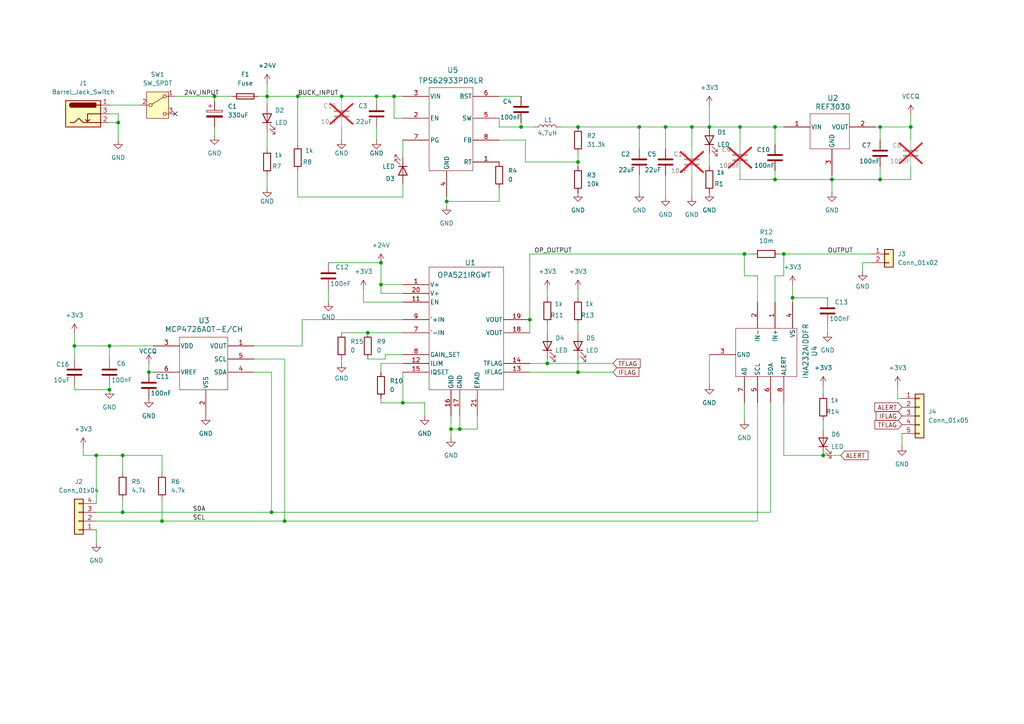
<source format=kicad_sch>
(kicad_sch (version 20231120) (generator "eeschema") (generator_version "8.0")
  (paper "A4")
  (lib_symbols
    (symbol "Connector:Barrel_Jack_Switch" (pin_names hide)
      (property "Reference" "J" (at 0 5.334 0))
      (property "Value" "Barrel_Jack_Switch" (at 0 -5.08 0))
      (symbol "Barrel_Jack_Switch_0_1"
        (rectangle (start -5.08 3.81) (end 5.08 -3.81) (stroke (width 0.254)) (fill (type background)))
        (arc (start -3.302 3.175) (mid -3.9343 2.54) (end -3.302 1.905) (stroke (width 0.254)))
        (arc (start -3.302 3.175) (mid -3.9343 2.54) (end -3.302 1.905) (stroke (width 0.254)) (fill (type outline)))
        (polyline (pts (xy 1.27 -2.286) (xy 1.905 -1.651)) (stroke (width 0.254)))
        (polyline (pts (xy 5.08 2.54) (xy 3.81 2.54)) (stroke (width 0.254)))
        (polyline (pts (xy 5.08 0) (xy 1.27 0) (xy 1.27 -2.286) (xy 0.635 -1.651)) (stroke (width 0.254)))
        (polyline (pts (xy -3.81 -2.54) (xy -2.54 -2.54) (xy -1.27 -1.27) (xy 0 -2.54) (xy 2.54 -2.54) (xy 5.08 -2.54)) (stroke (width 0.254)))
        (rectangle (start 3.683 3.175) (end -3.302 1.905) (stroke (width 0.254)) (fill (type outline)))
      )
      (symbol "Barrel_Jack_Switch_1_1"
        (pin passive line (at 7.62 2.54 180) (length 2.54) (name "~") (number "1"))
        (pin passive line (at 7.62 -2.54 180) (length 2.54) (name "~") (number "2"))
        (pin passive line (at 7.62 0 180) (length 2.54) (name "~") (number "3"))
      )
    )
    (symbol "Connector_Generic:Conn_01x02" (pin_names (offset 1.016) hide)
      (property "Reference" "J" (at 0 2.54 0))
      (property "Value" "Conn_01x02" (at 0 -5.08 0))
      (symbol "Conn_01x02_1_1"
        (rectangle (start -1.27 -2.413) (end 0 -2.667) (stroke (width 0.1524)))
        (rectangle (start -1.27 0.127) (end 0 -0.127) (stroke (width 0.1524)))
        (rectangle (start -1.27 1.27) (end 1.27 -3.81) (stroke (width 0.254)) (fill (type background)))
        (pin passive line (at -5.08 0 0) (length 3.81) (name "Pin_1") (number "1"))
        (pin passive line (at -5.08 -2.54 0) (length 3.81) (name "Pin_2") (number "2"))
      )
    )
    (symbol "Connector_Generic:Conn_01x04" (pin_names (offset 1.016) hide)
      (property "Reference" "J" (at 0 5.08 0))
      (property "Value" "Conn_01x04" (at 0 -7.62 0))
      (symbol "Conn_01x04_1_1"
        (rectangle (start -1.27 -4.953) (end 0 -5.207) (stroke (width 0.1524)))
        (rectangle (start -1.27 -2.413) (end 0 -2.667) (stroke (width 0.1524)))
        (rectangle (start -1.27 0.127) (end 0 -0.127) (stroke (width 0.1524)))
        (rectangle (start -1.27 2.667) (end 0 2.413) (stroke (width 0.1524)))
        (rectangle (start -1.27 3.81) (end 1.27 -6.35) (stroke (width 0.254)) (fill (type background)))
        (pin passive line (at -5.08 2.54 0) (length 3.81) (name "Pin_1") (number "1"))
        (pin passive line (at -5.08 0 0) (length 3.81) (name "Pin_2") (number "2"))
        (pin passive line (at -5.08 -2.54 0) (length 3.81) (name "Pin_3") (number "3"))
        (pin passive line (at -5.08 -5.08 0) (length 3.81) (name "Pin_4") (number "4"))
      )
    )
    (symbol "Connector_Generic:Conn_01x05" (pin_names (offset 1.016) hide)
      (property "Reference" "J" (at 0 7.62 0))
      (property "Value" "Conn_01x05" (at 0 -7.62 0))
      (symbol "Conn_01x05_1_1"
        (rectangle (start -1.27 -4.953) (end 0 -5.207) (stroke (width 0.1524)))
        (rectangle (start -1.27 -2.413) (end 0 -2.667) (stroke (width 0.1524)))
        (rectangle (start -1.27 0.127) (end 0 -0.127) (stroke (width 0.1524)))
        (rectangle (start -1.27 2.667) (end 0 2.413) (stroke (width 0.1524)))
        (rectangle (start -1.27 5.207) (end 0 4.953) (stroke (width 0.1524)))
        (rectangle (start -1.27 6.35) (end 1.27 -6.35) (stroke (width 0.254)) (fill (type background)))
        (pin passive line (at -5.08 5.08 0) (length 3.81) (name "Pin_1") (number "1"))
        (pin passive line (at -5.08 2.54 0) (length 3.81) (name "Pin_2") (number "2"))
        (pin passive line (at -5.08 0 0) (length 3.81) (name "Pin_3") (number "3"))
        (pin passive line (at -5.08 -2.54 0) (length 3.81) (name "Pin_4") (number "4"))
        (pin passive line (at -5.08 -5.08 0) (length 3.81) (name "Pin_5") (number "5"))
      )
    )
    (symbol "Device:C" (pin_numbers hide) (pin_names (offset 0.254))
      (property "Reference" "C" (at 0.635 2.54 0))
      (property "Value" "C" (at 0.635 -2.54 0))
      (symbol "C_0_1"
        (polyline (pts (xy -2.032 -0.762) (xy 2.032 -0.762)) (stroke (width 0.508)))
        (polyline (pts (xy -2.032 0.762) (xy 2.032 0.762)) (stroke (width 0.508)))
      )
      (symbol "C_1_1"
        (pin passive line (at 0 3.81 270) (length 2.794) (name "~") (number "1"))
        (pin passive line (at 0 -3.81 90) (length 2.794) (name "~") (number "2"))
      )
    )
    (symbol "Device:C_Polarized" (pin_numbers hide) (pin_names (offset 0.254))
      (property "Reference" "C" (at 0.635 2.54 0))
      (property "Value" "C_Polarized" (at 0.635 -2.54 0))
      (symbol "C_Polarized_0_1"
        (rectangle (start -2.286 0.508) (end 2.286 1.016))
        (polyline (pts (xy -1.778 2.286) (xy -0.762 2.286)))
        (polyline (pts (xy -1.27 2.794) (xy -1.27 1.778)))
        (rectangle (start 2.286 -0.508) (end -2.286 -1.016) (fill (type outline)))
      )
      (symbol "C_Polarized_1_1"
        (pin passive line (at 0 3.81 270) (length 2.794) (name "~") (number "1"))
        (pin passive line (at 0 -3.81 90) (length 2.794) (name "~") (number "2"))
      )
    )
    (symbol "Device:Fuse" (pin_numbers hide) (pin_names (offset 0))
      (property "Reference" "F" (at 2.032 0 90))
      (property "Value" "Fuse" (at -1.905 0 90))
      (symbol "Fuse_0_1"
        (rectangle (start -0.762 -2.54) (end 0.762 2.54) (stroke (width 0.254)))
        (polyline (pts (xy 0 2.54) (xy 0 -2.54)))
      )
      (symbol "Fuse_1_1"
        (pin passive line (at 0 3.81 270) (length 1.27) (name "~") (number "1"))
        (pin passive line (at 0 -3.81 90) (length 1.27) (name "~") (number "2"))
      )
    )
    (symbol "Device:L" (pin_numbers hide) (pin_names (offset 1.016) hide)
      (property "Reference" "L" (at -1.27 0 90))
      (property "Value" "L" (at 1.905 0 90))
      (symbol "L_0_1"
        (arc (start 0 -2.54) (mid 0.6323 -1.905) (end 0 -1.27))
        (arc (start 0 -1.27) (mid 0.6323 -0.635) (end 0 0))
        (arc (start 0 0) (mid 0.6323 0.635) (end 0 1.27))
        (arc (start 0 1.27) (mid 0.6323 1.905) (end 0 2.54))
      )
      (symbol "L_1_1"
        (pin passive line (at 0 3.81 270) (length 1.27) (name "1") (number "1"))
        (pin passive line (at 0 -3.81 90) (length 1.27) (name "2") (number "2"))
      )
    )
    (symbol "Device:LED" (pin_numbers hide) (pin_names (offset 1.016) hide)
      (property "Reference" "D" (at 0 2.54 0))
      (property "Value" "LED" (at 0 -2.54 0))
      (symbol "LED_0_1"
        (polyline (pts (xy -1.27 -1.27) (xy -1.27 1.27)) (stroke (width 0.254)))
        (polyline (pts (xy -1.27 0) (xy 1.27 0)))
        (polyline (pts (xy 1.27 -1.27) (xy 1.27 1.27) (xy -1.27 0) (xy 1.27 -1.27)) (stroke (width 0.254)))
        (polyline (pts (xy -3.048 -0.762) (xy -4.572 -2.286) (xy -3.81 -2.286) (xy -4.572 -2.286) (xy -4.572 -1.524)))
        (polyline (pts (xy -1.778 -0.762) (xy -3.302 -2.286) (xy -2.54 -2.286) (xy -3.302 -2.286) (xy -3.302 -1.524)))
      )
      (symbol "LED_1_1"
        (pin passive line (at -3.81 0 0) (length 2.54) (name "K") (number "1"))
        (pin passive line (at 3.81 0 180) (length 2.54) (name "A") (number "2"))
      )
    )
    (symbol "Device:R" (pin_numbers hide) (pin_names (offset 0))
      (property "Reference" "R" (at 2.032 0 90))
      (property "Value" "R" (at 0 0 90))
      (symbol "R_0_1"
        (rectangle (start -1.016 -2.54) (end 1.016 2.54) (stroke (width 0.254)))
      )
      (symbol "R_1_1"
        (pin passive line (at 0 3.81 270) (length 1.27) (name "~") (number "1"))
        (pin passive line (at 0 -3.81 90) (length 1.27) (name "~") (number "2"))
      )
    )
    (symbol "Power_supply_breakout:INA232AIDDFR" (pin_names (offset 0.254))
      (property "Reference" "U" (at 14.224 8.636 0))
      (property "Value" "INA232AIDDFR" (at 14.478 6.604 0))
      (symbol "INA232AIDDFR_0_1"
        (polyline (pts (xy 7.62 -12.7) (xy 21.59 -12.7)) (stroke (width 0.127)))
        (polyline (pts (xy 7.62 5.08) (xy 7.62 -12.7)) (stroke (width 0.127)))
        (polyline (pts (xy 21.59 -12.7) (xy 21.59 5.08)) (stroke (width 0.127)))
        (polyline (pts (xy 21.59 5.08) (xy 7.62 5.08)) (stroke (width 0.127)))
        (pin input line (at 0 -1.27 0) (length 7.62) (name "IN+") (number "1"))
        (pin input line (at 0 -6.35 0) (length 7.62) (name "IN-") (number "2"))
        (pin power_out line (at 15.24 -20.32 90) (length 7.62) (name "GND") (number "3"))
        (pin unspecified line (at 0 3.81 0) (length 7.62) (name "VS") (number "4"))
        (pin unspecified line (at 29.21 -6.35 180) (length 7.62) (name "SCL") (number "5"))
        (pin unspecified line (at 29.21 -2.54 180) (length 7.62) (name "SDA") (number "6"))
        (pin unspecified line (at 29.21 -10.16 180) (length 7.62) (name "A0") (number "7"))
        (pin unspecified line (at 29.21 1.27 180) (length 7.62) (name "ALERT") (number "8"))
      )
    )
    (symbol "Power_supply_breakout:MCP4726A0T-E_CH" (pin_names (offset 0.254))
      (property "Reference" "U" (at 13.462 8.636 0))
      (property "Value" "MCP4726A0T-E/CH" (at 14.478 6.35 0))
      (symbol "MCP4726A0T-E_CH_0_1"
        (polyline (pts (xy 7.62 -10.16) (xy 21.59 -10.16)) (stroke (width 0.127)))
        (polyline (pts (xy 7.62 5.08) (xy 7.62 -10.16)) (stroke (width 0.127)))
        (polyline (pts (xy 21.59 -10.16) (xy 21.59 5.08)) (stroke (width 0.127)))
        (polyline (pts (xy 21.59 5.08) (xy 7.62 5.08)) (stroke (width 0.127)))
        (pin output line (at 29.21 2.54 180) (length 7.62) (name "VOUT") (number "1"))
        (pin power_in line (at 15.24 -17.78 90) (length 7.62) (name "VSS") (number "2"))
        (pin power_in line (at 0 2.54 0) (length 7.62) (name "VDD") (number "3"))
        (pin bidirectional line (at 29.21 -5.08 180) (length 7.62) (name "SDA") (number "4"))
        (pin input line (at 29.21 -1.27 180) (length 7.62) (name "SCL") (number "5"))
        (pin unspecified line (at 0 -5.08 0) (length 7.62) (name "VREF") (number "6"))
      )
    )
    (symbol "Power_supply_breakout:NCP51460SN33T1G" (pin_names (offset 0.254))
      (property "Reference" "U" (at 12.7 5.588 0))
      (property "Value" "NCP51460SN33T1G" (at 14.224 3.556 0))
      (symbol "NCP51460SN33T1G_0_1"
        (polyline (pts (xy 7.62 -7.62) (xy 19.05 -7.62)) (stroke (width 0.127)))
        (polyline (pts (xy 7.62 2.54) (xy 7.62 -7.62)) (stroke (width 0.127)))
        (polyline (pts (xy 19.05 -7.62) (xy 19.05 2.54)) (stroke (width 0.127)))
        (polyline (pts (xy 19.05 2.54) (xy 7.62 2.54)) (stroke (width 0.127)))
        (pin input line (at 0 -1.27 0) (length 7.62) (name "VIN") (number "1"))
        (pin output line (at 26.67 -1.27 180) (length 7.62) (name "VOUT") (number "2"))
        (pin power_in line (at 13.97 -15.24 90) (length 7.62) (name "GND") (number "3"))
      )
    )
    (symbol "Power_supply_breakout:OPA521IRGWT" (pin_names (offset 0.254))
      (property "Reference" "U" (at 11.176 3.81 0))
      (property "Value" "OPA521IRGWT" (at 11.176 1.27 0))
      (symbol "OPA521IRGWT_0_1"
        (polyline (pts (xy 0 -35.56) (xy 21.59 -35.56)) (stroke (width 0.127)))
        (polyline (pts (xy 0 0) (xy 0 -35.56)) (stroke (width 0.127)))
        (polyline (pts (xy 21.59 -35.56) (xy 21.59 0)) (stroke (width 0.127)))
        (polyline (pts (xy 21.59 0) (xy 0 0)) (stroke (width 0.127)))
        (pin power_in line (at -7.62 -5.08 0) (length 7.62) (name "V+") (number "1"))
        (pin input line (at -7.62 -10.16 0) (length 7.62) (name "EN") (number "11"))
        (pin input line (at -7.62 -27.94 0) (length 7.62) (name "ILIM") (number "12"))
        (pin output line (at 29.21 -30.48 180) (length 7.62) (name "IFLAG") (number "13"))
        (pin output line (at 29.21 -27.94 180) (length 7.62) (name "TFLAG") (number "14"))
        (pin input line (at -7.62 -30.48 0) (length 7.62) (name "IQSET") (number "15"))
        (pin power_out line (at 6.35 -43.18 90) (length 7.62) (name "GND") (number "16"))
        (pin power_out line (at 8.89 -43.18 90) (length 7.62) (name "GND") (number "17"))
        (pin output line (at 29.21 -19.05 180) (length 7.62) (name "VOUT") (number "18"))
        (pin output line (at 29.21 -15.24 180) (length 7.62) (name "VOUT") (number "19"))
        (pin power_in line (at -7.62 -7.62 0) (length 7.62) (name "V+") (number "20"))
        (pin unspecified line (at 13.97 -43.18 90) (length 7.62) (name "EPAD") (number "21"))
        (pin input line (at -7.62 -19.05 0) (length 7.62) (name "'-IN") (number "7"))
        (pin input line (at -7.62 -25.4 0) (length 7.62) (name "GAIN_SET") (number "8"))
        (pin input line (at -7.62 -15.24 0) (length 7.62) (name "'+IN") (number "9"))
      )
      (symbol "OPA521IRGWT_1_1"
        (pin no_connect line (at 48.26 13.97 180) (length 7.62) hide (name "NC") (number "10"))
        (pin no_connect line (at 48.26 1.27 180) (length 7.62) hide (name "NC") (number "2"))
        (pin no_connect line (at 48.26 3.81 180) (length 7.62) hide (name "NC") (number "3"))
        (pin no_connect line (at 48.26 6.35 180) (length 7.62) hide (name "NC") (number "4"))
        (pin no_connect line (at 48.26 8.89 180) (length 7.62) hide (name "NC") (number "5"))
        (pin no_connect line (at 48.26 11.43 180) (length 7.62) hide (name "NC") (number "6"))
      )
    )
    (symbol "Power_supply_breakout:TPS62933PDRLR" (pin_names (offset 0.254))
      (property "Reference" "U" (at 6.35 3.556 0))
      (property "Value" "TPS62933PDRLR" (at 6.604 1.016 0))
      (symbol "TPS62933PDRLR_0_1"
        (polyline (pts (xy 0 -24.13) (xy 12.7 -24.13)) (stroke (width 0.127)))
        (polyline (pts (xy 0 0) (xy 0 -24.13)) (stroke (width 0.127)))
        (polyline (pts (xy 12.7 -24.13) (xy 12.7 0)) (stroke (width 0.127)))
        (polyline (pts (xy 12.7 0) (xy 0 0)) (stroke (width 0.127)))
        (pin unspecified line (at 20.32 -21.59 180) (length 7.62) (name "RT") (number "1"))
        (pin unspecified line (at -7.62 -8.89 0) (length 7.62) (name "EN") (number "2"))
        (pin power_in line (at -7.62 -2.54 0) (length 7.62) (name "VIN") (number "3"))
        (pin power_out line (at 5.08 -31.75 90) (length 7.62) (name "GND") (number "4"))
        (pin power_in line (at 20.32 -8.89 180) (length 7.62) (name "SW") (number "5"))
        (pin power_in line (at 20.32 -2.54 180) (length 7.62) (name "BST") (number "6"))
        (pin unspecified line (at -7.62 -15.24 0) (length 7.62) (name "PG") (number "7"))
        (pin unspecified line (at 20.32 -15.24 180) (length 7.62) (name "FB") (number "8"))
      )
    )
    (symbol "Switch:SW_SPDT" (pin_names (offset 0) hide)
      (property "Reference" "SW" (at 0 5.08 0))
      (property "Value" "SW_SPDT" (at 0 -5.08 0))
      (symbol "SW_SPDT_0_1"
        (circle (center -2.032 0) (radius 0.4572))
        (polyline (pts (xy -1.651 0.254) (xy 1.651 2.286)))
        (circle (center 2.032 -2.54) (radius 0.4572))
        (circle (center 2.032 2.54) (radius 0.4572))
      )
      (symbol "SW_SPDT_1_1"
        (rectangle (start -3.175 3.81) (end 3.175 -3.81) (fill (type background)))
        (pin passive line (at 5.08 2.54 180) (length 2.54) (name "A") (number "1"))
        (pin passive line (at -5.08 0 0) (length 2.54) (name "B") (number "2"))
        (pin passive line (at 5.08 -2.54 180) (length 2.54) (name "C") (number "3"))
      )
    )
    (symbol "power:+24V" (power) (pin_numbers hide) (pin_names (offset 0) hide)
      (property "Value" "+24V" (at 0 3.556 0))
      (symbol "+24V_0_1"
        (polyline (pts (xy -0.762 1.27) (xy 0 2.54)))
        (polyline (pts (xy 0 0) (xy 0 2.54)))
        (polyline (pts (xy 0 2.54) (xy 0.762 1.27)))
      )
      (symbol "+24V_1_1"
        (pin power_in line (at 0 0 90) (length 0) (name "~") (number "1"))
      )
    )
    (symbol "power:+3V3" (power) (pin_numbers hide) (pin_names (offset 0) hide)
      (property "Value" "+3V3" (at 0 3.556 0))
      (symbol "+3V3_0_1"
        (polyline (pts (xy -0.762 1.27) (xy 0 2.54)))
        (polyline (pts (xy 0 0) (xy 0 2.54)))
        (polyline (pts (xy 0 2.54) (xy 0.762 1.27)))
      )
      (symbol "+3V3_1_1"
        (pin power_in line (at 0 0 90) (length 0) (name "~") (number "1"))
      )
    )
    (symbol "power:GND" (power) (pin_numbers hide) (pin_names (offset 0) hide)
      (property "Value" "GND" (at 0 -3.81 0))
      (symbol "GND_0_1"
        (polyline (pts (xy 0 0) (xy 0 -1.27) (xy 1.27 -1.27) (xy 0 -2.54) (xy -1.27 -1.27) (xy 0 -1.27)))
      )
      (symbol "GND_1_1"
        (pin power_in line (at 0 0 270) (length 0) (name "~") (number "1"))
      )
    )
    (symbol "power:VCCQ" (power) (pin_numbers hide) (pin_names (offset 0) hide)
      (property "Value" "VCCQ" (at 0 3.556 0))
      (symbol "VCCQ_0_1"
        (polyline (pts (xy -0.762 1.27) (xy 0 2.54)))
        (polyline (pts (xy 0 0) (xy 0 2.54)))
        (polyline (pts (xy 0 2.54) (xy 0.762 1.27)))
      )
      (symbol "VCCQ_1_1"
        (pin power_in line (at 0 0 90) (length 0) (name "~") (number "1"))
      )
    )
  )
  (junction (at 227.33 73.66))
  (junction (at 200.66 36.83))
  (junction (at 110.49 82.55))
  (junction (at 214.63 36.83))
  (junction (at 255.27 52.07))
  (junction (at 106.68 96.52))
  (junction (at 21.59 100.33))
  (junction (at 82.55 151.13))
  (junction (at 264.16 36.83))
  (junction (at 224.79 36.83))
  (junction (at 229.87 86.36))
  (junction (at 35.56 148.59))
  (junction (at 158.75 105.41))
  (junction (at 153.67 92.71))
  (junction (at 62.23 27.94))
  (junction (at 31.75 100.33))
  (junction (at 129.54 58.42))
  (junction (at 130.81 124.46))
  (junction (at 109.22 27.94))
  (junction (at 167.64 46.99))
  (junction (at 116.84 116.84))
  (junction (at 77.47 27.94))
  (junction (at 255.27 36.83))
  (junction (at 34.29 35.56))
  (junction (at 133.35 124.46))
  (junction (at 238.76 132.08))
  (junction (at 114.3 27.94))
  (junction (at 35.56 132.08))
  (junction (at 46.99 151.13))
  (junction (at 205.74 36.83))
  (junction (at 27.94 132.08))
  (junction (at 167.64 36.83))
  (junction (at 193.04 36.83))
  (junction (at 78.74 148.59))
  (junction (at 167.64 107.95))
  (junction (at 99.06 27.94))
  (junction (at 110.49 76.2))
  (junction (at 185.42 36.83))
  (junction (at 86.36 27.94))
  (junction (at 151.13 36.83))
  (junction (at 224.79 52.07))
  (junction (at 43.18 107.95))
  (junction (at 31.75 113.03))
  (junction (at 215.9 73.66))
  (junction (at 241.3 52.07))
  (no_connect (at 50.8 33.02))
  (wire (pts (xy 24.13 132.08) (xy 27.94 132.08)))
  (wire (pts (xy 158.75 83.82) (xy 158.75 86.36)))
  (wire (pts (xy 99.06 104.14) (xy 99.06 105.41)))
  (wire (pts (xy 21.59 96.52) (xy 21.59 100.33)))
  (wire (pts (xy 226.06 73.66) (xy 227.33 73.66)))
  (wire (pts (xy 152.4 40.64) (xy 152.4 46.99)))
  (wire (pts (xy 110.49 115.57) (xy 110.49 116.84)))
  (wire (pts (xy 224.79 41.91) (xy 224.79 36.83)))
  (wire (pts (xy 144.78 36.83) (xy 151.13 36.83)))
  (wire (pts (xy 238.76 121.92) (xy 238.76 124.46)))
  (wire (pts (xy 264.16 52.07) (xy 255.27 52.07)))
  (wire (pts (xy 73.66 104.14) (xy 82.55 104.14)))
  (wire (pts (xy 185.42 36.83) (xy 193.04 36.83)))
  (wire (pts (xy 86.36 57.15) (xy 116.84 57.15)))
  (wire (pts (xy 21.59 113.03) (xy 21.59 111.76)))
  (wire (pts (xy 46.99 132.08) (xy 35.56 132.08)))
  (wire (pts (xy 95.25 83.82) (xy 95.25 87.63)))
  (wire (pts (xy 185.42 36.83) (xy 185.42 43.18)))
  (wire (pts (xy 35.56 132.08) (xy 35.56 137.16)))
  (wire (pts (xy 214.63 36.83) (xy 224.79 36.83)))
  (wire (pts (xy 241.3 52.07) (xy 241.3 55.88)))
  (wire (pts (xy 86.36 27.94) (xy 99.06 27.94)))
  (wire (pts (xy 167.64 83.82) (xy 167.64 86.36)))
  (wire (pts (xy 264.16 33.02) (xy 264.16 36.83)))
  (wire (pts (xy 185.42 50.8) (xy 185.42 55.88)))
  (wire (pts (xy 46.99 151.13) (xy 82.55 151.13)))
  (wire (pts (xy 109.22 29.21) (xy 109.22 27.94)))
  (wire (pts (xy 260.35 115.57) (xy 261.62 115.57)))
  (wire (pts (xy 167.64 36.83) (xy 185.42 36.83)))
  (wire (pts (xy 116.84 27.94) (xy 114.3 27.94)))
  (wire (pts (xy 50.8 27.94) (xy 62.23 27.94)))
  (wire (pts (xy 255.27 40.64) (xy 255.27 36.83)))
  (wire (pts (xy 162.56 36.83) (xy 167.64 36.83)))
  (wire (pts (xy 158.75 93.98) (xy 158.75 96.52)))
  (wire (pts (xy 24.13 129.54) (xy 24.13 132.08)))
  (wire (pts (xy 105.41 87.63) (xy 105.41 83.82)))
  (wire (pts (xy 95.25 76.2) (xy 110.49 76.2)))
  (wire (pts (xy 116.84 40.64) (xy 116.84 45.72)))
  (wire (pts (xy 252.73 76.2) (xy 250.19 76.2)))
  (wire (pts (xy 152.4 46.99) (xy 167.64 46.99)))
  (wire (pts (xy 255.27 52.07) (xy 241.3 52.07)))
  (wire (pts (xy 200.66 36.83) (xy 205.74 36.83)))
  (wire (pts (xy 111.76 102.87) (xy 116.84 102.87)))
  (wire (pts (xy 138.43 124.46) (xy 133.35 124.46)))
  (wire (pts (xy 227.33 132.08) (xy 227.33 116.84)))
  (wire (pts (xy 78.74 148.59) (xy 223.52 148.59)))
  (wire (pts (xy 144.78 54.61) (xy 144.78 58.42)))
  (wire (pts (xy 167.64 46.99) (xy 167.64 48.26)))
  (wire (pts (xy 87.63 92.71) (xy 116.84 92.71)))
  (wire (pts (xy 151.13 36.83) (xy 154.94 36.83)))
  (wire (pts (xy 167.64 107.95) (xy 177.8 107.95)))
  (wire (pts (xy 31.75 111.76) (xy 31.75 113.03)))
  (wire (pts (xy 261.62 129.54) (xy 261.62 125.73)))
  (wire (pts (xy 43.18 107.95) (xy 44.45 107.95)))
  (wire (pts (xy 110.49 76.2) (xy 110.49 82.55)))
  (wire (pts (xy 144.78 27.94) (xy 151.13 27.94)))
  (wire (pts (xy 215.9 73.66) (xy 218.44 73.66)))
  (wire (pts (xy 250.19 76.2) (xy 250.19 78.74)))
  (wire (pts (xy 219.71 80.01) (xy 215.9 80.01)))
  (wire (pts (xy 99.06 36.83) (xy 99.06 40.64)))
  (wire (pts (xy 223.52 148.59) (xy 223.52 116.84)))
  (wire (pts (xy 34.29 33.02) (xy 34.29 35.56)))
  (wire (pts (xy 106.68 96.52) (xy 116.84 96.52)))
  (wire (pts (xy 158.75 104.14) (xy 158.75 105.41)))
  (wire (pts (xy 255.27 36.83) (xy 254 36.83)))
  (wire (pts (xy 110.49 107.95) (xy 110.49 105.41)))
  (wire (pts (xy 114.3 34.29) (xy 114.3 27.94)))
  (wire (pts (xy 31.75 113.03) (xy 21.59 113.03)))
  (wire (pts (xy 77.47 50.8) (xy 77.47 54.61)))
  (wire (pts (xy 224.79 80.01) (xy 227.33 80.01)))
  (wire (pts (xy 43.18 105.41) (xy 43.18 107.95)))
  (wire (pts (xy 62.23 27.94) (xy 67.31 27.94)))
  (wire (pts (xy 99.06 27.94) (xy 109.22 27.94)))
  (wire (pts (xy 86.36 57.15) (xy 86.36 49.53)))
  (wire (pts (xy 255.27 48.26) (xy 255.27 52.07)))
  (wire (pts (xy 46.99 144.78) (xy 46.99 151.13)))
  (wire (pts (xy 110.49 105.41) (xy 116.84 105.41)))
  (wire (pts (xy 27.94 146.05) (xy 27.94 132.08)))
  (wire (pts (xy 110.49 82.55) (xy 116.84 82.55)))
  (wire (pts (xy 264.16 36.83) (xy 264.16 40.64)))
  (wire (pts (xy 77.47 24.13) (xy 77.47 27.94)))
  (wire (pts (xy 129.54 58.42) (xy 129.54 57.15)))
  (wire (pts (xy 133.35 120.65) (xy 133.35 124.46)))
  (wire (pts (xy 153.67 92.71) (xy 153.67 96.52)))
  (wire (pts (xy 224.79 52.07) (xy 241.3 52.07)))
  (wire (pts (xy 31.75 33.02) (xy 34.29 33.02)))
  (wire (pts (xy 224.79 87.63) (xy 224.79 80.01)))
  (wire (pts (xy 62.23 29.21) (xy 62.23 27.94)))
  (wire (pts (xy 31.75 104.14) (xy 31.75 100.33)))
  (wire (pts (xy 243.84 132.08) (xy 238.76 132.08)))
  (wire (pts (xy 214.63 49.53) (xy 214.63 52.07)))
  (wire (pts (xy 205.74 44.45) (xy 205.74 48.26)))
  (wire (pts (xy 77.47 27.94) (xy 86.36 27.94)))
  (wire (pts (xy 144.78 40.64) (xy 152.4 40.64)))
  (wire (pts (xy 77.47 27.94) (xy 77.47 30.48)))
  (wire (pts (xy 144.78 58.42) (xy 129.54 58.42)))
  (wire (pts (xy 224.79 49.53) (xy 224.79 52.07)))
  (wire (pts (xy 227.33 80.01) (xy 227.33 73.66)))
  (wire (pts (xy 224.79 36.83) (xy 227.33 36.83)))
  (wire (pts (xy 255.27 36.83) (xy 264.16 36.83)))
  (wire (pts (xy 123.19 116.84) (xy 123.19 120.65)))
  (wire (pts (xy 31.75 30.48) (xy 40.64 30.48)))
  (wire (pts (xy 214.63 52.07) (xy 224.79 52.07)))
  (wire (pts (xy 21.59 104.14) (xy 21.59 100.33)))
  (wire (pts (xy 158.75 105.41) (xy 153.67 105.41)))
  (wire (pts (xy 27.94 132.08) (xy 35.56 132.08)))
  (wire (pts (xy 77.47 38.1) (xy 77.47 43.18)))
  (wire (pts (xy 153.67 107.95) (xy 167.64 107.95)))
  (wire (pts (xy 130.81 120.65) (xy 130.81 124.46)))
  (wire (pts (xy 264.16 48.26) (xy 264.16 52.07)))
  (wire (pts (xy 238.76 132.08) (xy 227.33 132.08)))
  (wire (pts (xy 123.19 116.84) (xy 116.84 116.84)))
  (wire (pts (xy 99.06 27.94) (xy 99.06 29.21)))
  (wire (pts (xy 241.3 50.8) (xy 241.3 52.07)))
  (wire (pts (xy 78.74 107.95) (xy 78.74 148.59)))
  (wire (pts (xy 34.29 35.56) (xy 34.29 40.64)))
  (wire (pts (xy 116.84 34.29) (xy 114.3 34.29)))
  (wire (pts (xy 106.68 104.14) (xy 111.76 104.14)))
  (wire (pts (xy 62.23 36.83) (xy 62.23 39.37)))
  (wire (pts (xy 219.71 151.13) (xy 219.71 116.84)))
  (wire (pts (xy 205.74 30.48) (xy 205.74 36.83)))
  (wire (pts (xy 82.55 151.13) (xy 219.71 151.13)))
  (wire (pts (xy 78.74 107.95) (xy 73.66 107.95)))
  (wire (pts (xy 215.9 80.01) (xy 215.9 73.66)))
  (wire (pts (xy 200.66 50.8) (xy 200.66 57.15)))
  (wire (pts (xy 229.87 86.36) (xy 240.03 86.36)))
  (wire (pts (xy 240.03 96.52) (xy 240.03 93.98)))
  (wire (pts (xy 227.33 73.66) (xy 252.73 73.66)))
  (wire (pts (xy 200.66 36.83) (xy 200.66 43.18)))
  (wire (pts (xy 35.56 148.59) (xy 78.74 148.59)))
  (wire (pts (xy 193.04 50.8) (xy 193.04 57.15)))
  (wire (pts (xy 215.9 116.84) (xy 215.9 121.92)))
  (wire (pts (xy 31.75 35.56) (xy 34.29 35.56)))
  (wire (pts (xy 74.93 27.94) (xy 77.47 27.94)))
  (wire (pts (xy 214.63 41.91) (xy 214.63 36.83)))
  (wire (pts (xy 116.84 107.95) (xy 116.84 116.84)))
  (wire (pts (xy 193.04 36.83) (xy 200.66 36.83)))
  (wire (pts (xy 144.78 34.29) (xy 144.78 36.83)))
  (wire (pts (xy 35.56 144.78) (xy 35.56 148.59)))
  (wire (pts (xy 167.64 44.45) (xy 167.64 46.99)))
  (wire (pts (xy 110.49 116.84) (xy 116.84 116.84)))
  (wire (pts (xy 31.75 100.33) (xy 44.45 100.33)))
  (wire (pts (xy 167.64 104.14) (xy 167.64 107.95)))
  (wire (pts (xy 129.54 59.69) (xy 129.54 58.42)))
  (wire (pts (xy 260.35 111.76) (xy 260.35 115.57)))
  (wire (pts (xy 82.55 104.14) (xy 82.55 151.13)))
  (wire (pts (xy 229.87 86.36) (xy 229.87 87.63)))
  (wire (pts (xy 27.94 151.13) (xy 46.99 151.13)))
  (wire (pts (xy 130.81 124.46) (xy 130.81 127)))
  (wire (pts (xy 167.64 93.98) (xy 167.64 96.52)))
  (wire (pts (xy 193.04 36.83) (xy 193.04 43.18)))
  (wire (pts (xy 99.06 96.52) (xy 106.68 96.52)))
  (wire (pts (xy 238.76 111.76) (xy 238.76 114.3)))
  (wire (pts (xy 86.36 27.94) (xy 86.36 41.91)))
  (wire (pts (xy 229.87 82.55) (xy 229.87 86.36)))
  (wire (pts (xy 153.67 92.71) (xy 153.67 73.66)))
  (wire (pts (xy 133.35 124.46) (xy 130.81 124.46)))
  (wire (pts (xy 110.49 82.55) (xy 110.49 85.09)))
  (wire (pts (xy 114.3 27.94) (xy 109.22 27.94)))
  (wire (pts (xy 116.84 87.63) (xy 105.41 87.63)))
  (wire (pts (xy 205.74 102.87) (xy 205.74 111.76)))
  (wire (pts (xy 73.66 100.33) (xy 87.63 100.33)))
  (wire (pts (xy 151.13 36.83) (xy 151.13 35.56)))
  (wire (pts (xy 46.99 137.16) (xy 46.99 132.08)))
  (wire (pts (xy 138.43 120.65) (xy 138.43 124.46)))
  (wire (pts (xy 21.59 100.33) (xy 31.75 100.33)))
  (wire (pts (xy 219.71 87.63) (xy 219.71 80.01)))
  (wire (pts (xy 153.67 73.66) (xy 215.9 73.66)))
  (wire (pts (xy 177.8 105.41) (xy 158.75 105.41)))
  (wire (pts (xy 205.74 36.83) (xy 214.63 36.83)))
  (wire (pts (xy 87.63 100.33) (xy 87.63 92.71)))
  (wire (pts (xy 27.94 153.67) (xy 27.94 157.48)))
  (wire (pts (xy 35.56 148.59) (xy 27.94 148.59)))
  (wire (pts (xy 109.22 36.83) (xy 109.22 40.64)))
  (wire (pts (xy 110.49 85.09) (xy 116.84 85.09)))
  (wire (pts (xy 116.84 57.15) (xy 116.84 53.34)))
  (wire (pts (xy 111.76 104.14) (xy 111.76 102.87)))
  (label "SDA" (at 55.88 148.59 0))
  (label "BUCK_INPUT" (at 86.36 27.94 0))
  (label "SCL" (at 55.88 151.13 0))
  (label "OP_OUTPUT" (at 154.94 73.66 0))
  (label "OUTPUT" (at 240.03 73.66 0))
  (label "24V_INPUT" (at 53.34 27.94 0))
  (global_label "ALERT" (shape input) (at 243.84 132.08 0) (property "Intersheetrefs" "${INTERSHEET_REFS}" (effects (hide yes))))
  (global_label "IFLAG" (shape input) (at 177.8 107.95 0) (property "Intersheetrefs" "${INTERSHEET_REFS}" (effects (hide yes))))
  (global_label "ALERT" (shape input) (at 261.62 118.11 180) (property "Intersheetrefs" "${INTERSHEET_REFS}" (effects (hide yes))))
  (global_label "TFLAG" (shape input) (at 261.62 123.19 180) (property "Intersheetrefs" "${INTERSHEET_REFS}" (effects (hide yes))))
  (global_label "TFLAG" (shape input) (at 177.8 105.41 0) (property "Intersheetrefs" "${INTERSHEET_REFS}" (effects (hide yes))))
  (global_label "IFLAG" (shape input) (at 261.62 120.65 180) (property "Intersheetrefs" "${INTERSHEET_REFS}" (effects (hide yes))))
  (symbol (lib_id "power:GND") (at 99.06 105.41 0) (unit 1)
    (property "Reference" "#PWR037" (effects (hide yes)))
    (property "Value" "GND" (at 99.06 109.728 0))
    (property "Description" "Power symbol creates a global label with name \"GND\" , ground" (effects (hide yes)))
  )
  (symbol (lib_id "Device:R") (at 144.78 50.8 0) (unit 1)
    (property "Reference" "R4" (at 147.32 49.5299 0) (effects (justify left)))
    (property "Value" "0" (at 147.32 52.0699 0) (effects (justify left)))
    (property "Footprint" "Resistor_SMD:R_0805_2012Metric_Pad1.20x1.40mm_HandSolder" (effects (hide yes)))
    (property "Description" "ERJ-6GEY0R00V" (effects (hide yes)))
  )
  (symbol (lib_id "Device:C") (at 214.63 45.72 0) (unit 1) (dnp yes)
    (property "Reference" "C9" (at 209.296 43.434 0) (effects (justify left)))
    (property "Value" "100nF" (at 208.534 48.006 0) (effects (justify left)))
    (property "Footprint" "Capacitor_SMD:C_0805_2012Metric_Pad1.18x1.45mm_HandSolder" (effects (hide yes)))
    (property "Description" "CL10B104KB8NNNC" (effects (hide yes)))
  )
  (symbol (lib_id "Device:R") (at 158.75 90.17 0) (unit 1)
    (property "Reference" "R11" (at 161.544 91.44 0))
    (property "Value" "1k" (at 162.052 88.138 0))
    (property "Footprint" "Resistor_SMD:R_0805_2012Metric_Pad1.20x1.40mm_HandSolder" (effects (hide yes)))
    (property "Description" "RC0805FR-071KL" (effects (hide yes)))
  )
  (symbol (lib_id "Device:R") (at 222.25 73.66 90) (unit 1)
    (property "Reference" "R12" (at 222.25 67.31 90))
    (property "Value" "10m" (at 222.25 69.85 90))
    (property "Footprint" "Resistor_SMD:R_0805_2012Metric_Pad1.20x1.40mm_HandSolder" (effects (hide yes)))
    (property "Description" "PA0805FRF870R01L" (effects (hide yes)))
  )
  (symbol (lib_id "Power_supply_breakout:TPS62933PDRLR") (at 124.46 25.4 0) (unit 1)
    (property "Reference" "U5" (at 131.318 20.32 0) (effects (font (size 1.524 1.524))))
    (property "Value" "TPS62933PDRLR" (at 130.81 23.368 0) (effects (font (size 1.524 1.524))))
    (property "Footprint" "Power_Supply_Breakout:TPS62933PDRLR-M" (effects (hide yes)))
    (property "Datasheet" "TPS62933PDRLR" (effects (hide yes)))
    (property "Description" "TPS62933PDRLR" (effects (hide yes)))
  )
  (symbol (lib_id "Connector_Generic:Conn_01x04") (at 22.86 151.13 180) (unit 1)
    (property "Reference" "J2" (at 22.86 139.7 0))
    (property "Value" "Conn_01x04" (at 22.86 142.24 0))
    (property "Footprint" "Connector_PinHeader_2.54mm:PinHeader_1x04_P2.54mm_Vertical" (effects (hide yes)))
    (property "Description" "Generic connector, single row, 01x04, script generated (kicad-library-utils/schlib/autogen/connector/)" (effects (hide yes)))
  )
  (symbol (lib_id "Power_supply_breakout:OPA521IRGWT") (at 124.46 77.47 0) (unit 1)
    (property "Reference" "U1" (at 136.398 76.2 0) (effects (font (size 1.524 1.524))))
    (property "Value" "OPA521IRGWT" (at 134.62 79.756 0) (effects (font (size 1.524 1.524))))
    (property "Footprint" "Power_Supply_Breakout:OPA521IRGWT-M" (effects (hide yes)))
    (property "Datasheet" "OPA521IRGWT" (effects (hide yes)))
    (property "Description" "OPA521IRGWT" (effects (hide yes)))
  )
  (symbol (lib_id "power:GND") (at 62.23 39.37 0) (unit 1)
    (property "Reference" "#PWR02" (effects (hide yes)))
    (property "Value" "GND" (at 62.23 44.45 0))
    (property "Description" "Power symbol creates a global label with name \"GND\" , ground" (effects (hide yes)))
  )
  (symbol (lib_id "power:GND") (at 27.94 157.48 0) (unit 1)
    (property "Reference" "#PWR011" (effects (hide yes)))
    (property "Value" "GND" (at 27.94 162.56 0))
    (property "Description" "Power symbol creates a global label with name \"GND\" , ground" (effects (hide yes)))
  )
  (symbol (lib_id "Device:C") (at 264.16 44.45 0) (unit 1) (dnp yes)
    (property "Reference" "C8" (at 258.826 42.164 0) (effects (justify left)))
    (property "Value" "100nF" (at 258.064 46.736 0) (effects (justify left)))
    (property "Footprint" "Capacitor_SMD:C_0805_2012Metric_Pad1.18x1.45mm_HandSolder" (effects (hide yes)))
    (property "Description" "CC0805KRX7R9BB104" (effects (hide yes)))
  )
  (symbol (lib_id "power:GND") (at 193.04 57.15 0) (unit 1)
    (property "Reference" "#PWR03" (effects (hide yes)))
    (property "Value" "GND" (at 193.04 62.23 0))
    (property "Description" "Power symbol creates a global label with name \"GND\" , ground" (effects (hide yes)))
  )
  (symbol (lib_id "power:GND") (at 185.42 55.88 0) (unit 1)
    (property "Reference" "#PWR08" (effects (hide yes)))
    (property "Value" "GND" (at 185.42 60.96 0))
    (property "Description" "Power symbol creates a global label with name \"GND\" , ground" (effects (hide yes)))
  )
  (symbol (lib_id "Device:Fuse") (at 71.12 27.94 90) (unit 1)
    (property "Reference" "F1" (at 71.12 21.59 90))
    (property "Value" "Fuse" (at 71.12 24.13 90))
    (property "Footprint" "Fuse:Fuse_1206_3216Metric_Pad1.42x1.75mm_HandSolder" (effects (hide yes)))
    (property "Description" "C1Q 3" (effects (hide yes)))
  )
  (symbol (lib_id "Device:C") (at 240.03 90.17 0) (unit 1)
    (property "Reference" "C13" (at 242.062 87.63 0) (effects (justify left)))
    (property "Value" "100nF" (at 240.538 92.456 0) (effects (justify left)))
    (property "Footprint" "Capacitor_SMD:C_0805_2012Metric_Pad1.18x1.45mm_HandSolder" (effects (hide yes)))
    (property "Description" "CL10B104KB8NNNC" (effects (hide yes)))
  )
  (symbol (lib_id "power:GND") (at 43.18 115.57 0) (unit 1)
    (property "Reference" "#PWR034" (effects (hide yes)))
    (property "Value" "GND" (at 43.18 120.65 0))
    (property "Description" "Power symbol creates a global label with name \"GND\" , ground" (effects (hide yes)))
  )
  (symbol (lib_id "power:GND") (at 129.54 59.69 0) (unit 1)
    (property "Reference" "#PWR06" (effects (hide yes)))
    (property "Value" "GND" (at 129.54 64.77 0))
    (property "Description" "Power symbol creates a global label with name \"GND\" , ground" (effects (hide yes)))
  )
  (symbol (lib_id "power:+24V") (at 110.49 76.2 0) (unit 1)
    (property "Reference" "#PWR020" (effects (hide yes)))
    (property "Value" "+24V" (at 110.49 71.12 0))
    (property "Description" "Power symbol creates a global label with name \"+24V\"" (effects (hide yes)))
  )
  (symbol (lib_id "Device:R") (at 238.76 118.11 0) (unit 1)
    (property "Reference" "R14" (at 241.554 119.38 0))
    (property "Value" "1k" (at 242.062 116.078 0))
    (property "Footprint" "Resistor_SMD:R_0805_2012Metric_Pad1.20x1.40mm_HandSolder" (effects (hide yes)))
    (property "Description" "RC0805FR-071KL" (effects (hide yes)))
  )
  (symbol (lib_id "Connector_Generic:Conn_01x02") (at 257.81 73.66 0) (unit 1)
    (property "Reference" "J3" (at 260.35 73.6599 0) (effects (justify left)))
    (property "Value" "Conn_01x02" (at 260.35 76.1999 0) (effects (justify left)))
    (property "Footprint" "Power_Supply_Breakout:PHOENIX_1725656" (effects (hide yes)))
    (property "Description" "1725656" (effects (hide yes)))
  )
  (symbol (lib_id "Connector_Generic:Conn_01x05") (at 266.7 120.65 0) (unit 1)
    (property "Reference" "J4" (at 269.24 119.3799 0) (effects (justify left)))
    (property "Value" "Conn_01x05" (at 269.24 121.9199 0) (effects (justify left)))
    (property "Footprint" "Connector_PinHeader_2.54mm:PinHeader_1x05_P2.54mm_Vertical" (effects (hide yes)))
    (property "Description" "Generic connector, single row, 01x05, script generated (kicad-library-utils/schlib/autogen/connector/)" (effects (hide yes)))
  )
  (symbol (lib_id "Device:R") (at 86.36 45.72 0) (unit 1)
    (property "Reference" "R8" (at 89.154 46.99 0))
    (property "Value" "1k" (at 89.662 43.688 0))
    (property "Footprint" "Resistor_SMD:R_0805_2012Metric_Pad1.20x1.40mm_HandSolder" (effects (hide yes)))
    (property "Description" "RC0805FR-071KL" (effects (hide yes)))
  )
  (symbol (lib_id "Device:C") (at 151.13 31.75 0) (unit 1)
    (property "Reference" "C4" (at 145.796 29.464 0) (effects (justify left)))
    (property "Value" "100nF" (at 145.034 34.036 0) (effects (justify left)))
    (property "Footprint" "Capacitor_SMD:C_0805_2012Metric_Pad1.18x1.45mm_HandSolder" (effects (hide yes)))
    (property "Description" "CL10B104KB8NNNC" (effects (hide yes)))
  )
  (symbol (lib_id "power:GND") (at 240.03 96.52 0) (unit 1)
    (property "Reference" "#PWR027" (effects (hide yes)))
    (property "Value" "GND" (at 240.03 101.6 0))
    (property "Description" "Power symbol creates a global label with name \"GND\" , ground" (effects (hide yes)))
  )
  (symbol (lib_id "Device:LED") (at 158.75 100.33 90) (unit 1)
    (property "Reference" "D4" (at 161.036 98.044 90) (effects (justify right)))
    (property "Value" "LED" (at 161.036 101.6 90) (effects (justify right)))
    (property "Footprint" "LED_SMD:LED_0805_2012Metric" (effects (hide yes)))
    (property "Description" "150080GS75000" (effects (hide yes)))
  )
  (symbol (lib_id "power:GND") (at 167.64 55.88 0) (unit 1)
    (property "Reference" "#PWR07" (effects (hide yes)))
    (property "Value" "GND" (at 167.64 60.96 0))
    (property "Description" "Power symbol creates a global label with name \"GND\" , ground" (effects (hide yes)))
  )
  (symbol (lib_id "Device:C") (at 95.25 80.01 0) (unit 1)
    (property "Reference" "C12" (at 97.282 77.47 0) (effects (justify left)))
    (property "Value" "100nF" (at 95.758 82.296 0) (effects (justify left)))
    (property "Footprint" "Capacitor_SMD:C_0805_2012Metric_Pad1.18x1.45mm_HandSolder" (effects (hide yes)))
    (property "Description" "CL10B104KB8NNNC" (effects (hide yes)))
  )
  (symbol (lib_id "Device:R") (at 77.47 46.99 0) (unit 1)
    (property "Reference" "R7" (at 80.264 48.26 0))
    (property "Value" "1k" (at 80.772 44.958 0))
    (property "Footprint" "Resistor_SMD:R_0805_2012Metric_Pad1.20x1.40mm_HandSolder" (effects (hide yes)))
    (property "Description" "RC0805FR-071KL" (effects (hide yes)))
  )
  (symbol (lib_id "Device:LED") (at 167.64 100.33 90) (unit 1)
    (property "Reference" "D5" (at 169.926 98.044 90) (effects (justify right)))
    (property "Value" "LED" (at 169.926 101.6 90) (effects (justify right)))
    (property "Footprint" "LED_SMD:LED_0805_2012Metric" (effects (hide yes)))
    (property "Description" "150080GS75000" (effects (hide yes)))
  )
  (symbol (lib_id "power:GND") (at 205.74 111.76 0) (unit 1)
    (property "Reference" "#PWR024" (effects (hide yes)))
    (property "Value" "GND" (at 205.74 116.84 0))
    (property "Description" "Power symbol creates a global label with name \"GND\" , ground" (effects (hide yes)))
  )
  (symbol (lib_id "Device:C") (at 185.42 46.99 0) (unit 1)
    (property "Reference" "C2" (at 180.086 44.704 0) (effects (justify left)))
    (property "Value" "22uF" (at 179.324 49.276 0) (effects (justify left)))
    (property "Footprint" "Capacitor_SMD:C_0805_2012Metric_Pad1.18x1.45mm_HandSolder" (effects (hide yes)))
    (property "Description" "C2012X5R1V226M125AC" (effects (hide yes)))
  )
  (symbol (lib_id "power:+24V") (at 77.47 24.13 0) (unit 1)
    (property "Reference" "#PWR04" (effects (hide yes)))
    (property "Value" "+24V" (at 77.47 19.05 0))
    (property "Description" "Power symbol creates a global label with name \"+24V\"" (effects (hide yes)))
  )
  (symbol (lib_id "Device:R") (at 106.68 100.33 0) (unit 1)
    (property "Reference" "R9" (at 109.22 99.0599 0) (effects (justify left)))
    (property "Value" "0" (at 109.22 101.5999 0) (effects (justify left)))
    (property "Footprint" "Resistor_SMD:R_0805_2012Metric_Pad1.20x1.40mm_HandSolder" (effects (hide yes)))
    (property "Description" "ERJ-6GEY0R00V" (effects (hide yes)))
  )
  (symbol (lib_id "power:+3V3") (at 158.75 83.82 0) (unit 1)
    (property "Reference" "#PWR028" (effects (hide yes)))
    (property "Value" "+3V3" (at 158.75 78.74 0))
    (property "Description" "Power symbol creates a global label with name \"+3V3\"" (effects (hide yes)))
  )
  (symbol (lib_id "power:+3V3") (at 238.76 111.76 0) (unit 1)
    (property "Reference" "#PWR036" (effects (hide yes)))
    (property "Value" "+3V3" (at 238.76 106.68 0))
    (property "Description" "Power symbol creates a global label with name \"+3V3\"" (effects (hide yes)))
  )
  (symbol (lib_id "Device:C") (at 200.66 46.99 0) (unit 1) (dnp yes)
    (property "Reference" "C14" (at 195.326 44.704 0) (effects (justify left)))
    (property "Value" "10uF" (at 194.564 49.53 0) (effects (justify left)))
    (property "Footprint" "Capacitor_SMD:C_1206_3216Metric_Pad1.33x1.80mm_HandSolder" (effects (hide yes)))
    (property "Description" "CL31A106MBHNNNE" (effects (hide yes)))
  )
  (symbol (lib_id "Connector:Barrel_Jack_Switch") (at 24.13 33.02 0) (unit 1)
    (property "Reference" "J1" (at 24.13 24.13 0))
    (property "Value" "Barrel_Jack_Switch" (at 24.13 26.67 0))
    (property "Footprint" "Power_Supply_Breakout:CUI_PJ-059A" (effects (hide yes)))
    (property "Description" "4840.2201" (effects (hide yes)))
  )
  (symbol (lib_id "Device:R") (at 167.64 40.64 0) (unit 1)
    (property "Reference" "R2" (at 170.18 39.3699 0) (effects (justify left)))
    (property "Value" "31.3k" (at 170.18 41.9099 0) (effects (justify left)))
    (property "Footprint" "Resistor_SMD:R_0805_2012Metric_Pad1.20x1.40mm_HandSolder" (effects (hide yes)))
    (property "Description" "RT0603DRE0731K2L" (effects (hide yes)))
  )
  (symbol (lib_id "Device:C") (at 43.18 111.76 0) (unit 1)
    (property "Reference" "C11" (at 45.212 109.22 0) (effects (justify left)))
    (property "Value" "100nF" (at 43.688 114.046 0) (effects (justify left)))
    (property "Footprint" "Capacitor_SMD:C_0805_2012Metric_Pad1.18x1.45mm_HandSolder" (effects (hide yes)))
    (property "Description" "CL10B104KB8NNNC" (effects (hide yes)))
  )
  (symbol (lib_id "power:+3V3") (at 260.35 111.76 0) (unit 1)
    (property "Reference" "#PWR031" (effects (hide yes)))
    (property "Value" "+3V3" (at 260.35 106.68 0))
    (property "Description" "Power symbol creates a global label with name \"+3V3\"" (effects (hide yes)))
  )
  (symbol (lib_id "Device:R") (at 167.64 52.07 180) (unit 1)
    (property "Reference" "R3" (at 170.18 50.7999 0) (effects (justify right)))
    (property "Value" "10k" (at 170.18 53.3399 0) (effects (justify right)))
    (property "Footprint" "Resistor_SMD:R_0805_2012Metric_Pad1.20x1.40mm_HandSolder" (effects (hide yes)))
    (property "Description" "RC0805FR-0710KL" (effects (hide yes)))
  )
  (symbol (lib_id "Device:C") (at 21.59 107.95 0) (unit 1)
    (property "Reference" "C16" (at 16.256 105.664 0) (effects (justify left)))
    (property "Value" "10uF" (at 15.494 110.236 0) (effects (justify left)))
    (property "Footprint" "Capacitor_SMD:C_1206_3216Metric_Pad1.33x1.80mm_HandSolder" (effects (hide yes)))
    (property "Description" "CL31F106ZPHNNNE" (effects (hide yes)))
  )
  (symbol (lib_id "power:+3V3") (at 105.41 83.82 0) (unit 1)
    (property "Reference" "#PWR038" (effects (hide yes)))
    (property "Value" "+3V3" (at 105.41 78.74 0))
    (property "Description" "Power symbol creates a global label with name \"+3V3\"" (effects (hide yes)))
  )
  (symbol (lib_id "power:+3V3") (at 205.74 30.48 0) (unit 1)
    (property "Reference" "#PWR09" (effects (hide yes)))
    (property "Value" "+3V3" (at 205.74 25.4 0))
    (property "Description" "Power symbol creates a global label with name \"+3V3\"" (effects (hide yes)))
  )
  (symbol (lib_id "power:GND") (at 31.75 113.03 0) (unit 1)
    (property "Reference" "#PWR035" (effects (hide yes)))
    (property "Value" "GND" (at 31.75 118.11 0))
    (property "Description" "Power symbol creates a global label with name \"GND\" , ground" (effects (hide yes)))
  )
  (symbol (lib_id "Device:LED") (at 116.84 49.53 270) (unit 1)
    (property "Reference" "D3" (at 114.554 51.816 90) (effects (justify right)))
    (property "Value" "LED" (at 114.554 48.26 90) (effects (justify right)))
    (property "Footprint" "LED_SMD:LED_0805_2012Metric" (effects (hide yes)))
    (property "Description" "150080GS75000" (effects (hide yes)))
  )
  (symbol (lib_id "Power_supply_breakout:INA232AIDDFR") (at 226.06 87.63 270) (unit 1)
    (property "Reference" "U4" (at 236.22 101.854 0) (effects (font (size 1.524 1.524))))
    (property "Value" "INA232AIDDFR" (at 233.68 101.854 0) (effects (font (size 1.524 1.524))))
    (property "Footprint" "Power_Supply_Breakout:INA232AIDDFR-M" (effects (hide yes)))
    (property "Datasheet" "INA232AIDDFR" (effects (hide yes)))
    (property "Description" "INA232AIDDFR" (effects (hide yes)))
  )
  (symbol (lib_id "Power_supply_breakout:MCP4726A0T-E_CH") (at 44.45 102.87 0) (unit 1)
    (property "Reference" "U3" (at 59.182 92.964 0) (effects (font (size 1.524 1.524))))
    (property "Value" "MCP4726A0T-E/CH" (at 59.182 95.504 0) (effects (font (size 1.524 1.524))))
    (property "Footprint" "Power_Supply_Breakout:MCP4726A0T_E_CH-M" (effects (hide yes)))
    (property "Datasheet" "MCP4726A0T-E/CH" (effects (hide yes)))
    (property "Description" "MCP4726A0T-E/CH" (effects (hide yes)))
  )
  (symbol (lib_id "Device:C") (at 255.27 44.45 0) (unit 1)
    (property "Reference" "C7" (at 249.936 42.164 0) (effects (justify left)))
    (property "Value" "100nF" (at 249.174 46.736 0) (effects (justify left)))
    (property "Footprint" "Capacitor_SMD:C_0805_2012Metric_Pad1.18x1.45mm_HandSolder" (effects (hide yes)))
    (property "Description" "CL10B104KB8NNNC" (effects (hide yes)))
  )
  (symbol (lib_id "power:GND") (at 250.19 78.74 0) (unit 1)
    (property "Reference" "#PWR016" (effects (hide yes)))
    (property "Value" "GND" (at 250.19 83.058 0))
    (property "Description" "Power symbol creates a global label with name \"GND\" , ground" (effects (hide yes)))
  )
  (symbol (lib_id "Device:R") (at 110.49 111.76 0) (unit 1)
    (property "Reference" "R10" (at 113.03 110.4899 0) (effects (justify left)))
    (property "Value" "0" (at 113.03 113.0299 0) (effects (justify left)))
    (property "Footprint" "Resistor_SMD:R_0805_2012Metric_Pad1.20x1.40mm_HandSolder" (effects (hide yes)))
    (property "Description" "ERJ-6GEY0R00V" (effects (hide yes)))
  )
  (symbol (lib_id "power:GND") (at 130.81 127 0) (unit 1)
    (property "Reference" "#PWR023" (effects (hide yes)))
    (property "Value" "GND" (at 130.81 132.08 0))
    (property "Description" "Power symbol creates a global label with name \"GND\" , ground" (effects (hide yes)))
  )
  (symbol (lib_id "power:GND") (at 200.66 57.15 0) (unit 1)
    (property "Reference" "#PWR032" (effects (hide yes)))
    (property "Value" "GND" (at 200.66 62.23 0))
    (property "Description" "Power symbol creates a global label with name \"GND\" , ground" (effects (hide yes)))
  )
  (symbol (lib_id "Device:R") (at 35.56 140.97 0) (unit 1)
    (property "Reference" "R5" (at 38.1 139.6999 0) (effects (justify left)))
    (property "Value" "4.7k" (at 38.1 142.2399 0) (effects (justify left)))
    (property "Footprint" "Resistor_SMD:R_0805_2012Metric_Pad1.20x1.40mm_HandSolder" (effects (hide yes)))
    (property "Description" "CRCW08054K70FKEAC" (effects (hide yes)))
  )
  (symbol (lib_id "power:GND") (at 123.19 120.65 0) (unit 1)
    (property "Reference" "#PWR021" (effects (hide yes)))
    (property "Value" "GND" (at 123.19 125.73 0))
    (property "Description" "Power symbol creates a global label with name \"GND\" , ground" (effects (hide yes)))
  )
  (symbol (lib_id "power:+3V3") (at 229.87 82.55 0) (unit 1)
    (property "Reference" "#PWR026" (effects (hide yes)))
    (property "Value" "+3V3" (at 229.87 77.47 0))
    (property "Description" "Power symbol creates a global label with name \"+3V3\"" (effects (hide yes)))
  )
  (symbol (lib_id "power:+3V3") (at 167.64 83.82 0) (unit 1)
    (property "Reference" "#PWR029" (effects (hide yes)))
    (property "Value" "+3V3" (at 167.64 78.74 0))
    (property "Description" "Power symbol creates a global label with name \"+3V3\"" (effects (hide yes)))
  )
  (symbol (lib_id "Device:R") (at 99.06 100.33 0) (unit 1)
    (property "Reference" "R15" (at 101.6 99.0599 0) (effects (justify left)))
    (property "Value" "0" (at 101.6 101.5999 0) (effects (justify left)))
    (property "Footprint" "Resistor_SMD:R_0805_2012Metric_Pad1.20x1.40mm_HandSolder" (effects (hide yes)))
    (property "Description" "ERJ-6GEY0R00V" (effects (hide yes)))
  )
  (symbol (lib_id "power:GND") (at 109.22 40.64 0) (unit 1)
    (property "Reference" "#PWR05" (effects (hide yes)))
    (property "Value" "GND" (at 109.22 44.45 0))
    (property "Description" "Power symbol creates a global label with name \"GND\" , ground" (effects (hide yes)))
  )
  (symbol (lib_id "power:+3V3") (at 21.59 96.52 0) (unit 1)
    (property "Reference" "#PWR019" (effects (hide yes)))
    (property "Value" "+3V3" (at 21.59 91.44 0))
    (property "Description" "Power symbol creates a global label with name \"+3V3\"" (effects (hide yes)))
  )
  (symbol (lib_id "Device:L") (at 158.75 36.83 90) (unit 1)
    (property "Reference" "L1" (at 159.004 34.798 90))
    (property "Value" "4.7uH" (at 158.75 38.608 90))
    (property "Footprint" "Power_Supply_Breakout:IND_1255AY-4R7M=P3" (effects (hide yes)))
    (property "Description" "1255AY-4R7M=P3" (effects (hide yes)))
  )
  (symbol (lib_id "power:GND") (at 205.74 55.88 0) (unit 1)
    (property "Reference" "#PWR013" (effects (hide yes)))
    (property "Value" "GND" (at 205.74 60.96 0))
    (property "Description" "Power symbol creates a global label with name \"GND\" , ground" (effects (hide yes)))
  )
  (symbol (lib_id "Device:R") (at 167.64 90.17 0) (unit 1)
    (property "Reference" "R13" (at 170.434 91.44 0))
    (property "Value" "1k" (at 170.942 88.138 0))
    (property "Footprint" "Resistor_SMD:R_0805_2012Metric_Pad1.20x1.40mm_HandSolder" (effects (hide yes)))
    (property "Description" "RC0805FR-071KL" (effects (hide yes)))
  )
  (symbol (lib_id "power:GND") (at 261.62 129.54 0) (unit 1)
    (property "Reference" "#PWR030" (effects (hide yes)))
    (property "Value" "GND" (at 261.62 134.62 0))
    (property "Description" "Power symbol creates a global label with name \"GND\" , ground" (effects (hide yes)))
  )
  (symbol (lib_id "Device:C") (at 31.75 107.95 0) (unit 1)
    (property "Reference" "C6" (at 33.782 105.41 0) (effects (justify left)))
    (property "Value" "100nF" (at 32.258 110.236 0) (effects (justify left)))
    (property "Footprint" "Capacitor_SMD:C_0805_2012Metric_Pad1.18x1.45mm_HandSolder" (effects (hide yes)))
    (property "Description" "CL10B104KB8NNNC" (effects (hide yes)))
  )
  (symbol (lib_id "power:VCCQ") (at 43.18 105.41 0) (unit 1)
    (property "Reference" "#PWR018" (effects (hide yes)))
    (property "Value" "VCCQ" (at 42.926 101.854 0))
    (property "Description" "Power symbol creates a global label with name \"VCCQ\"" (effects (hide yes)))
  )
  (symbol (lib_id "Power_supply_breakout:NCP51460SN33T1G") (at 227.33 35.56 0) (unit 1)
    (property "Reference" "U2" (at 241.554 28.448 0) (effects (font (size 1.524 1.524))))
    (property "Value" "REF3030" (at 241.554 30.988 0) (effects (font (size 1.524 1.524))))
    (property "Footprint" "Power_Supply_Breakout:REF3030-M" (effects (hide yes)))
    (property "Datasheet" "NCP51460SN33T1G" (effects (hide yes)))
    (property "Description" "REF3030" (effects (hide yes)))
  )
  (symbol (lib_id "power:GND") (at 241.3 55.88 0) (unit 1)
    (property "Reference" "#PWR015" (effects (hide yes)))
    (property "Value" "GND" (at 241.3 60.96 0))
    (property "Description" "Power symbol creates a global label with name \"GND\" , ground" (effects (hide yes)))
  )
  (symbol (lib_id "Device:C") (at 193.04 46.99 0) (unit 1)
    (property "Reference" "C5" (at 187.706 44.704 0) (effects (justify left)))
    (property "Value" "22uF" (at 186.944 49.276 0) (effects (justify left)))
    (property "Footprint" "Capacitor_SMD:C_0805_2012Metric_Pad1.18x1.45mm_HandSolder" (effects (hide yes)))
    (property "Description" "C2012X5R1V226M125AC" (effects (hide yes)))
  )
  (symbol (lib_id "power:GND") (at 59.69 120.65 0) (unit 1)
    (property "Reference" "#PWR014" (effects (hide yes)))
    (property "Value" "GND" (at 59.69 125.73 0))
    (property "Description" "Power symbol creates a global label with name \"GND\" , ground" (effects (hide yes)))
  )
  (symbol (lib_id "Device:C") (at 109.22 33.02 0) (unit 1)
    (property "Reference" "C3" (at 103.886 30.734 0) (effects (justify left)))
    (property "Value" "22uF" (at 103.124 35.306 0) (effects (justify left)))
    (property "Footprint" "Capacitor_SMD:C_0805_2012Metric_Pad1.18x1.45mm_HandSolder" (effects (hide yes)))
    (property "Description" "C2012X5R1V226M125AC" (effects (hide yes)))
  )
  (symbol (lib_id "power:GND") (at 34.29 40.64 0) (unit 1)
    (property "Reference" "#PWR01" (effects (hide yes)))
    (property "Value" "GND" (at 34.29 45.72 0))
    (property "Description" "Power symbol creates a global label with name \"GND\" , ground" (effects (hide yes)))
  )
  (symbol (lib_id "Device:LED") (at 238.76 128.27 90) (unit 1)
    (property "Reference" "D6" (at 241.046 125.984 90) (effects (justify right)))
    (property "Value" "LED" (at 241.046 129.54 90) (effects (justify right)))
    (property "Footprint" "LED_SMD:LED_0805_2012Metric" (effects (hide yes)))
    (property "Description" "150080GS75000" (effects (hide yes)))
  )
  (symbol (lib_id "power:+3V3") (at 24.13 129.54 0) (unit 1)
    (property "Reference" "#PWR010" (effects (hide yes)))
    (property "Value" "+3V3" (at 24.13 124.46 0))
    (property "Description" "Power symbol creates a global label with name \"+3V3\"" (effects (hide yes)))
  )
  (symbol (lib_id "power:GND") (at 215.9 121.92 0) (unit 1)
    (property "Reference" "#PWR025" (effects (hide yes)))
    (property "Value" "GND" (at 215.9 127 0))
    (property "Description" "Power symbol creates a global label with name \"GND\" , ground" (effects (hide yes)))
  )
  (symbol (lib_id "Device:R") (at 46.99 140.97 0) (unit 1)
    (property "Reference" "R6" (at 49.53 139.6999 0) (effects (justify left)))
    (property "Value" "4.7k" (at 49.53 142.2399 0) (effects (justify left)))
    (property "Footprint" "Resistor_SMD:R_0805_2012Metric_Pad1.20x1.40mm_HandSolder" (effects (hide yes)))
    (property "Description" "CRCW08054K70FKEAC" (effects (hide yes)))
  )
  (symbol (lib_id "power:GND") (at 77.47 54.61 0) (unit 1)
    (property "Reference" "#PWR012" (effects (hide yes)))
    (property "Value" "GND" (at 77.47 58.42 0))
    (property "Description" "Power symbol creates a global label with name \"GND\" , ground" (effects (hide yes)))
  )
  (symbol (lib_id "power:GND") (at 95.25 87.63 0) (unit 1)
    (property "Reference" "#PWR022" (effects (hide yes)))
    (property "Value" "GND" (at 95.25 91.948 0))
    (property "Description" "Power symbol creates a global label with name \"GND\" , ground" (effects (hide yes)))
  )
  (symbol (lib_id "Device:C_Polarized") (at 62.23 33.02 0) (unit 1)
    (property "Reference" "C1" (at 66.04 30.8609 0) (effects (justify left)))
    (property "Value" "330uF" (at 66.04 33.4009 0) (effects (justify left)))
    (property "Footprint" "Power_Supply_Breakout:ECA-1HM331B" (effects (hide yes)))
    (property "Description" "ECA-1HM331B" (effects (hide yes)))
  )
  (symbol (lib_id "Device:LED") (at 205.74 40.64 90) (unit 1)
    (property "Reference" "D1" (at 208.026 38.354 90) (effects (justify right)))
    (property "Value" "LED" (at 208.026 41.91 90) (effects (justify right)))
    (property "Footprint" "LED_SMD:LED_0805_2012Metric" (effects (hide yes)))
    (property "Description" "150080GS75000" (effects (hide yes)))
  )
  (symbol (lib_id "Switch:SW_SPDT") (at 45.72 30.48 0) (unit 1)
    (property "Reference" "SW1" (at 45.72 21.59 0))
    (property "Value" "SW_SPDT" (at 45.72 24.13 0))
    (property "Footprint" "Power_Supply_Breakout:L102021MS02Q" (effects (hide yes)))
    (property "Description" "L102021MS02Q" (effects (hide yes)))
  )
  (symbol (lib_id "Device:C") (at 224.79 45.72 0) (unit 1)
    (property "Reference" "C10" (at 219.456 43.434 0) (effects (justify left)))
    (property "Value" "100nF" (at 218.694 48.006 0) (effects (justify left)))
    (property "Footprint" "Capacitor_SMD:C_0805_2012Metric_Pad1.18x1.45mm_HandSolder" (effects (hide yes)))
    (property "Description" "CL10B104KB8NNNC" (effects (hide yes)))
  )
  (symbol (lib_id "power:GND") (at 99.06 40.64 0) (unit 1)
    (property "Reference" "#PWR033" (effects (hide yes)))
    (property "Value" "GND" (at 99.06 44.45 0))
    (property "Description" "Power symbol creates a global label with name \"GND\" , ground" (effects (hide yes)))
  )
  (symbol (lib_id "Device:LED") (at 77.47 34.29 90) (unit 1)
    (property "Reference" "D2" (at 79.756 32.004 90) (effects (justify right)))
    (property "Value" "LED" (at 79.756 35.56 90) (effects (justify right)))
    (property "Footprint" "LED_SMD:LED_0805_2012Metric" (effects (hide yes)))
    (property "Description" "150080GS75000" (effects (hide yes)))
  )
  (symbol (lib_id "power:VCCQ") (at 264.16 33.02 0) (unit 1)
    (property "Reference" "#PWR017" (effects (hide yes)))
    (property "Value" "VCCQ" (at 264.16 27.94 0))
    (property "Description" "Power symbol creates a global label with name \"VCCQ\"" (effects (hide yes)))
  )
  (symbol (lib_id "Device:R") (at 205.74 52.07 0) (unit 1)
    (property "Reference" "R1" (at 208.534 53.34 0))
    (property "Value" "1k" (at 209.042 50.038 0))
    (property "Footprint" "Resistor_SMD:R_0805_2012Metric_Pad1.20x1.40mm_HandSolder" (effects (hide yes)))
    (property "Description" "RC0805FR-071KL" (effects (hide yes)))
  )
  (symbol (lib_id "Device:C") (at 99.06 33.02 0) (unit 1) (dnp yes)
    (property "Reference" "C15" (at 93.726 30.734 0) (effects (justify left)))
    (property "Value" "10uF" (at 92.964 35.306 0) (effects (justify left)))
    (property "Footprint" "Capacitor_SMD:C_1206_3216Metric_Pad1.33x1.80mm_HandSolder" (effects (hide yes)))
    (property "Description" "CL31F106ZPHNNNE" (effects (hide yes)))
  )
)
</source>
